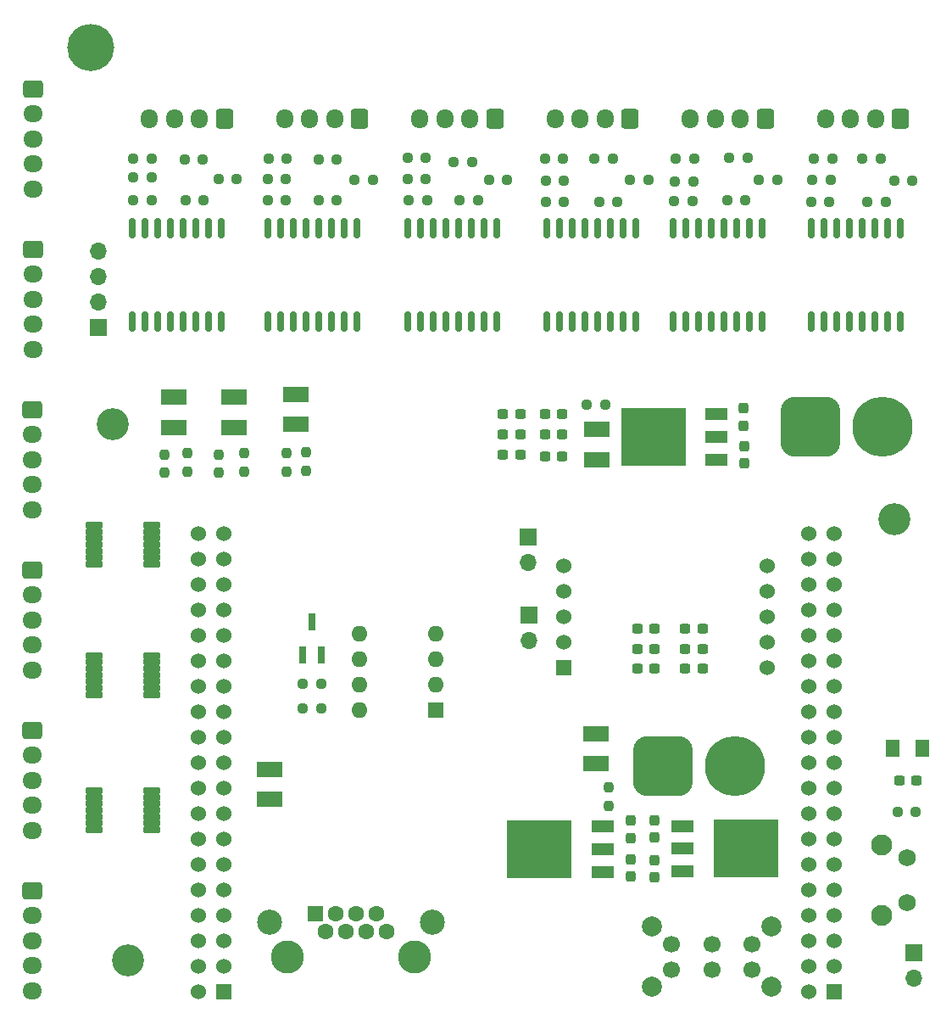
<source format=gbr>
%TF.GenerationSoftware,KiCad,Pcbnew,6.0.11-2627ca5db0~126~ubuntu20.04.1*%
%TF.CreationDate,2023-12-31T19:32:31+09:00*%
%TF.ProjectId,wheel,77686565-6c2e-46b6-9963-61645f706362,rev?*%
%TF.SameCoordinates,Original*%
%TF.FileFunction,Soldermask,Top*%
%TF.FilePolarity,Negative*%
%FSLAX46Y46*%
G04 Gerber Fmt 4.6, Leading zero omitted, Abs format (unit mm)*
G04 Created by KiCad (PCBNEW 6.0.11-2627ca5db0~126~ubuntu20.04.1) date 2023-12-31 19:32:31*
%MOMM*%
%LPD*%
G01*
G04 APERTURE LIST*
G04 Aperture macros list*
%AMRoundRect*
0 Rectangle with rounded corners*
0 $1 Rounding radius*
0 $2 $3 $4 $5 $6 $7 $8 $9 X,Y pos of 4 corners*
0 Add a 4 corners polygon primitive as box body*
4,1,4,$2,$3,$4,$5,$6,$7,$8,$9,$2,$3,0*
0 Add four circle primitives for the rounded corners*
1,1,$1+$1,$2,$3*
1,1,$1+$1,$4,$5*
1,1,$1+$1,$6,$7*
1,1,$1+$1,$8,$9*
0 Add four rect primitives between the rounded corners*
20,1,$1+$1,$2,$3,$4,$5,0*
20,1,$1+$1,$4,$5,$6,$7,0*
20,1,$1+$1,$6,$7,$8,$9,0*
20,1,$1+$1,$8,$9,$2,$3,0*%
G04 Aperture macros list end*
%ADD10C,3.200000*%
%ADD11RoundRect,0.237500X0.250000X0.237500X-0.250000X0.237500X-0.250000X-0.237500X0.250000X-0.237500X0*%
%ADD12R,1.700000X1.700000*%
%ADD13O,1.700000X1.700000*%
%ADD14C,3.300000*%
%ADD15C,2.500000*%
%ADD16R,1.600000X1.600000*%
%ADD17C,1.600000*%
%ADD18RoundRect,0.250000X-0.725000X0.600000X-0.725000X-0.600000X0.725000X-0.600000X0.725000X0.600000X0*%
%ADD19O,1.950000X1.700000*%
%ADD20RoundRect,0.237500X0.237500X-0.300000X0.237500X0.300000X-0.237500X0.300000X-0.237500X-0.300000X0*%
%ADD21RoundRect,0.150000X0.150000X-0.875000X0.150000X0.875000X-0.150000X0.875000X-0.150000X-0.875000X0*%
%ADD22RoundRect,0.122500X0.764500X0.184500X-0.764500X0.184500X-0.764500X-0.184500X0.764500X-0.184500X0*%
%ADD23R,2.200000X1.200000*%
%ADD24R,6.400000X5.800000*%
%ADD25RoundRect,0.237500X-0.237500X0.300000X-0.237500X-0.300000X0.237500X-0.300000X0.237500X0.300000X0*%
%ADD26RoundRect,0.250000X0.600000X0.725000X-0.600000X0.725000X-0.600000X-0.725000X0.600000X-0.725000X0*%
%ADD27O,1.700000X1.950000*%
%ADD28C,2.100000*%
%ADD29C,1.750000*%
%ADD30RoundRect,0.237500X-0.250000X-0.237500X0.250000X-0.237500X0.250000X0.237500X-0.250000X0.237500X0*%
%ADD31RoundRect,0.237500X0.237500X-0.250000X0.237500X0.250000X-0.237500X0.250000X-0.237500X-0.250000X0*%
%ADD32R,2.600000X1.500000*%
%ADD33RoundRect,0.237500X-0.300000X-0.237500X0.300000X-0.237500X0.300000X0.237500X-0.300000X0.237500X0*%
%ADD34RoundRect,0.237500X0.300000X0.237500X-0.300000X0.237500X-0.300000X-0.237500X0.300000X-0.237500X0*%
%ADD35RoundRect,1.500000X-1.500000X-1.500000X1.500000X-1.500000X1.500000X1.500000X-1.500000X1.500000X0*%
%ADD36C,6.000000*%
%ADD37R,0.800000X1.800000*%
%ADD38O,1.600000X1.600000*%
%ADD39C,4.700000*%
%ADD40C,2.000000*%
%ADD41C,1.700000*%
%ADD42R,1.524000X1.524000*%
%ADD43C,1.524000*%
%ADD44RoundRect,0.250001X-0.462499X-0.624999X0.462499X-0.624999X0.462499X0.624999X-0.462499X0.624999X0*%
%ADD45R,1.530000X1.530000*%
%ADD46C,1.530000*%
G04 APERTURE END LIST*
D10*
%TO.C,REF\u002A\u002A*%
X68000000Y-100500000D03*
%TD*%
D11*
%TO.C,R60*%
X147852500Y-76200000D03*
X146027500Y-76200000D03*
%TD*%
D12*
%TO.C,Reminder1*%
X148000000Y-153250000D03*
D13*
X148000000Y-155790000D03*
%TD*%
D14*
%TO.C,CAN_LAN1*%
X98100000Y-153625000D03*
D15*
X99850000Y-150195000D03*
X83650000Y-150195000D03*
D14*
X85400000Y-153625000D03*
D16*
X88200000Y-149305000D03*
D17*
X89210000Y-151085000D03*
X90220000Y-149305000D03*
X91240000Y-151085000D03*
X92260000Y-149305000D03*
X93270000Y-151085000D03*
X94290000Y-149305000D03*
X95310000Y-151085000D03*
%TD*%
D11*
%TO.C,R57*%
X117162500Y-98500000D03*
X115337500Y-98500000D03*
%TD*%
%TO.C,R26*%
X71852500Y-78100000D03*
X70027500Y-78100000D03*
%TD*%
D18*
%TO.C,ENC_conn_5*%
X60000000Y-67000000D03*
D19*
X60000000Y-69500000D03*
X60000000Y-72000000D03*
X60000000Y-74500000D03*
X60000000Y-77000000D03*
%TD*%
D20*
%TO.C,C2*%
X131050000Y-104362500D03*
X131050000Y-102637500D03*
%TD*%
D21*
%TO.C,MD_Iso_4*%
X123895000Y-90200000D03*
X125165000Y-90200000D03*
X126435000Y-90200000D03*
X127705000Y-90200000D03*
X128975000Y-90200000D03*
X130245000Y-90200000D03*
X131515000Y-90200000D03*
X132785000Y-90200000D03*
X132785000Y-80900000D03*
X131515000Y-80900000D03*
X130245000Y-80900000D03*
X128975000Y-80900000D03*
X127705000Y-80900000D03*
X126435000Y-80900000D03*
X125165000Y-80900000D03*
X123895000Y-80900000D03*
%TD*%
D22*
%TO.C,ST1*%
X71870000Y-127450000D03*
X71870000Y-126800000D03*
X71870000Y-126150000D03*
X71870000Y-125500000D03*
X71870000Y-124850000D03*
X71870000Y-124200000D03*
X71870000Y-123550000D03*
X66130000Y-123550000D03*
X66130000Y-124200000D03*
X66130000Y-124850000D03*
X66130000Y-125500000D03*
X66130000Y-126150000D03*
X66130000Y-126800000D03*
X66130000Y-127450000D03*
%TD*%
D12*
%TO.C,Diso_Debug1*%
X66500000Y-90800000D03*
D13*
X66500000Y-88260000D03*
X66500000Y-85720000D03*
X66500000Y-83180000D03*
%TD*%
D11*
%TO.C,R59*%
X88762500Y-128825000D03*
X86937500Y-128825000D03*
%TD*%
%TO.C,R35*%
X121452500Y-76100000D03*
X119627500Y-76100000D03*
%TD*%
%TO.C,R7*%
X76952500Y-74100000D03*
X75127500Y-74100000D03*
%TD*%
%TO.C,R27*%
X85252500Y-78100000D03*
X83427500Y-78100000D03*
%TD*%
D23*
%TO.C,Load_5V1*%
X128250000Y-104000000D03*
X128250000Y-101720000D03*
D24*
X121950000Y-101720000D03*
D23*
X128250000Y-99440000D03*
%TD*%
D11*
%TO.C,R12*%
X144662500Y-74000000D03*
X142837500Y-74000000D03*
%TD*%
D25*
%TO.C,C1*%
X122075000Y-139987500D03*
X122075000Y-141712500D03*
%TD*%
D26*
%TO.C,MD_conn_3*%
X119640000Y-70000000D03*
D27*
X117140000Y-70000000D03*
X114640000Y-70000000D03*
X112140000Y-70000000D03*
%TD*%
D11*
%TO.C,R15*%
X85252500Y-76000000D03*
X83427500Y-76000000D03*
%TD*%
D28*
%TO.C,SW2*%
X144797500Y-149485000D03*
X144797500Y-142475000D03*
D29*
X147287500Y-143725000D03*
X147287500Y-148225000D03*
%TD*%
D30*
%TO.C,R24*%
X138027500Y-74000000D03*
X139852500Y-74000000D03*
%TD*%
D31*
%TO.C,R5*%
X75412500Y-105212500D03*
X75412500Y-103387500D03*
%TD*%
D11*
%TO.C,R8*%
X90352500Y-74100000D03*
X88527500Y-74100000D03*
%TD*%
D30*
%TO.C,R28*%
X97527500Y-78100000D03*
X99352500Y-78100000D03*
%TD*%
D32*
%TO.C,LED_Blue1*%
X74087500Y-100800000D03*
X74087500Y-97800000D03*
%TD*%
D21*
%TO.C,MD_Iso_1*%
X83445000Y-90200000D03*
X84715000Y-90200000D03*
X85985000Y-90200000D03*
X87255000Y-90200000D03*
X88525000Y-90200000D03*
X89795000Y-90200000D03*
X91065000Y-90200000D03*
X92335000Y-90200000D03*
X92335000Y-80900000D03*
X91065000Y-80900000D03*
X89795000Y-80900000D03*
X88525000Y-80900000D03*
X87255000Y-80900000D03*
X85985000Y-80900000D03*
X84715000Y-80900000D03*
X83445000Y-80900000D03*
%TD*%
D11*
%TO.C,R25*%
X80352500Y-76000000D03*
X78527500Y-76000000D03*
%TD*%
%TO.C,R61*%
X90352500Y-78100000D03*
X88527500Y-78100000D03*
%TD*%
D33*
%TO.C,C8*%
X106937500Y-101500000D03*
X108662500Y-101500000D03*
%TD*%
D11*
%TO.C,R31*%
X77052500Y-78100000D03*
X75227500Y-78100000D03*
%TD*%
D12*
%TO.C,RN42_Debug1*%
X109425000Y-111775000D03*
D13*
X109425000Y-114315000D03*
%TD*%
D26*
%TO.C,MD_conn_1*%
X92640000Y-70000000D03*
D27*
X90140000Y-70000000D03*
X87640000Y-70000000D03*
X85140000Y-70000000D03*
%TD*%
D26*
%TO.C,MD_conn_2*%
X106140000Y-70000000D03*
D27*
X103640000Y-70000000D03*
X101140000Y-70000000D03*
X98640000Y-70000000D03*
%TD*%
D33*
%TO.C,C12*%
X111137500Y-103700000D03*
X112862500Y-103700000D03*
%TD*%
%TO.C,C15*%
X120337500Y-124875000D03*
X122062500Y-124875000D03*
%TD*%
D11*
%TO.C,R30*%
X125852500Y-78200000D03*
X124027500Y-78200000D03*
%TD*%
%TO.C,R62*%
X104452500Y-78100000D03*
X102627500Y-78100000D03*
%TD*%
D12*
%TO.C,SBDBT_Debug1*%
X109525000Y-119515000D03*
D13*
X109525000Y-122055000D03*
%TD*%
D11*
%TO.C,R23*%
X139652500Y-76100000D03*
X137827500Y-76100000D03*
%TD*%
D34*
%TO.C,C16*%
X126862500Y-120875000D03*
X125137500Y-120875000D03*
%TD*%
D11*
%TO.C,R63*%
X118352500Y-78300000D03*
X116527500Y-78300000D03*
%TD*%
%TO.C,R21*%
X125952500Y-76300000D03*
X124127500Y-76300000D03*
%TD*%
%TO.C,R19*%
X113052500Y-76200000D03*
X111227500Y-76200000D03*
%TD*%
%TO.C,R33*%
X93952500Y-76100000D03*
X92127500Y-76100000D03*
%TD*%
%TO.C,R32*%
X139552500Y-78300000D03*
X137727500Y-78300000D03*
%TD*%
D35*
%TO.C,Load1*%
X137650000Y-100750000D03*
D36*
X144850000Y-100750000D03*
%TD*%
D34*
%TO.C,C18*%
X126862500Y-124875000D03*
X125137500Y-124875000D03*
%TD*%
D26*
%TO.C,MD_conn_5*%
X146640000Y-70000000D03*
D27*
X144140000Y-70000000D03*
X141640000Y-70000000D03*
X139140000Y-70000000D03*
%TD*%
D21*
%TO.C,MD_Iso_0*%
X69945000Y-90200000D03*
X71215000Y-90200000D03*
X72485000Y-90200000D03*
X73755000Y-90200000D03*
X75025000Y-90200000D03*
X76295000Y-90200000D03*
X77565000Y-90200000D03*
X78835000Y-90200000D03*
X78835000Y-80900000D03*
X77565000Y-80900000D03*
X76295000Y-80900000D03*
X75025000Y-80900000D03*
X73755000Y-80900000D03*
X72485000Y-80900000D03*
X71215000Y-80900000D03*
X69945000Y-80900000D03*
%TD*%
D33*
%TO.C,C14*%
X120337500Y-122875000D03*
X122062500Y-122875000D03*
%TD*%
D11*
%TO.C,R17*%
X99252500Y-76000000D03*
X97427500Y-76000000D03*
%TD*%
D30*
%TO.C,R18*%
X97427500Y-73900000D03*
X99252500Y-73900000D03*
%TD*%
D37*
%TO.C,Q13*%
X86900000Y-123475000D03*
X88800000Y-123475000D03*
X87850000Y-120175000D03*
%TD*%
D18*
%TO.C,ENC_conn_4*%
X60000000Y-83000000D03*
D19*
X60000000Y-85500000D03*
X60000000Y-88000000D03*
X60000000Y-90500000D03*
X60000000Y-93000000D03*
%TD*%
D33*
%TO.C,C9*%
X106937500Y-103500000D03*
X108662500Y-103500000D03*
%TD*%
D31*
%TO.C,R6*%
X73175000Y-105312500D03*
X73175000Y-103487500D03*
%TD*%
D11*
%TO.C,R29*%
X113052500Y-78300000D03*
X111227500Y-78300000D03*
%TD*%
D20*
%TO.C,C3*%
X122075000Y-145712500D03*
X122075000Y-143987500D03*
%TD*%
%TO.C,C5*%
X119675000Y-145625000D03*
X119675000Y-143900000D03*
%TD*%
D11*
%TO.C,R10*%
X117912500Y-74000000D03*
X116087500Y-74000000D03*
%TD*%
D32*
%TO.C,CAN_Debug1*%
X83650000Y-134925000D03*
X83650000Y-137925000D03*
%TD*%
D16*
%TO.C,CAN_Recieber1*%
X100250000Y-129025000D03*
D38*
X100250000Y-126485000D03*
X100250000Y-123945000D03*
X100250000Y-121405000D03*
X92630000Y-121405000D03*
X92630000Y-123945000D03*
X92630000Y-126485000D03*
X92630000Y-129025000D03*
%TD*%
D18*
%TO.C,ENC_conn_0*%
X59950000Y-147000000D03*
D19*
X59950000Y-149500000D03*
X59950000Y-152000000D03*
X59950000Y-154500000D03*
X59950000Y-157000000D03*
%TD*%
D30*
%TO.C,R20*%
X111127500Y-74000000D03*
X112952500Y-74000000D03*
%TD*%
D32*
%TO.C,LED_Red1*%
X86250000Y-100500000D03*
X86250000Y-97500000D03*
%TD*%
D34*
%TO.C,C17*%
X126862500Y-122875000D03*
X125137500Y-122875000D03*
%TD*%
D22*
%TO.C,ST0*%
X71870000Y-140950000D03*
X71870000Y-140300000D03*
X71870000Y-139650000D03*
X71870000Y-139000000D03*
X71870000Y-138350000D03*
X71870000Y-137700000D03*
X71870000Y-137050000D03*
X66130000Y-137050000D03*
X66130000Y-137700000D03*
X66130000Y-138350000D03*
X66130000Y-139000000D03*
X66130000Y-139650000D03*
X66130000Y-140300000D03*
X66130000Y-140950000D03*
%TD*%
D30*
%TO.C,R16*%
X83527500Y-74000000D03*
X85352500Y-74000000D03*
%TD*%
D31*
%TO.C,R3*%
X81087500Y-105212500D03*
X81087500Y-103387500D03*
%TD*%
%TO.C,R1*%
X87250000Y-105112500D03*
X87250000Y-103287500D03*
%TD*%
D39*
%TO.C,REF\u002A\u002A*%
X65800000Y-62900000D03*
%TD*%
D40*
%TO.C,SW1*%
X133792500Y-156625000D03*
X121792500Y-150625000D03*
X121792500Y-156625000D03*
X133792500Y-150625000D03*
D41*
X123792500Y-152375000D03*
X127792500Y-152375000D03*
X131792500Y-152375000D03*
X123792500Y-154875000D03*
X127792500Y-154875000D03*
X131792500Y-154875000D03*
%TD*%
D11*
%TO.C,R55*%
X148175000Y-139200000D03*
X146350000Y-139200000D03*
%TD*%
D23*
%TO.C,Power_5V1*%
X124875000Y-140570000D03*
X124875000Y-142850000D03*
D24*
X131175000Y-142850000D03*
D23*
X124875000Y-145130000D03*
%TD*%
D31*
%TO.C,R56*%
X117500000Y-138537500D03*
X117500000Y-136712500D03*
%TD*%
D25*
%TO.C,C4*%
X131000000Y-98887500D03*
X131000000Y-100612500D03*
%TD*%
D26*
%TO.C,MD_conn_4*%
X133140000Y-70000000D03*
D27*
X130640000Y-70000000D03*
X128140000Y-70000000D03*
X125640000Y-70000000D03*
%TD*%
D25*
%TO.C,C6*%
X119675000Y-140037500D03*
X119675000Y-141762500D03*
%TD*%
D33*
%TO.C,C11*%
X111137500Y-101500000D03*
X112862500Y-101500000D03*
%TD*%
D32*
%TO.C,Power_Debug1*%
X116250000Y-134375000D03*
X116250000Y-131375000D03*
%TD*%
D11*
%TO.C,R36*%
X134352500Y-76100000D03*
X132527500Y-76100000D03*
%TD*%
%TO.C,R11*%
X131352500Y-73900000D03*
X129527500Y-73900000D03*
%TD*%
D23*
%TO.C,Power_3V3*%
X116875000Y-145180000D03*
D24*
X110575000Y-142900000D03*
D23*
X116875000Y-142900000D03*
X116875000Y-140620000D03*
%TD*%
D18*
%TO.C,ENC_conn_2*%
X59950000Y-115000000D03*
D19*
X59950000Y-117500000D03*
X59950000Y-120000000D03*
X59950000Y-122500000D03*
X59950000Y-125000000D03*
%TD*%
D11*
%TO.C,R13*%
X71840000Y-75800000D03*
X70015000Y-75800000D03*
%TD*%
D33*
%TO.C,C7*%
X106937500Y-99500000D03*
X108662500Y-99500000D03*
%TD*%
D31*
%TO.C,R2*%
X85337500Y-105212500D03*
X85337500Y-103387500D03*
%TD*%
D21*
%TO.C,MD_Iso_3*%
X111295000Y-90200000D03*
X112565000Y-90200000D03*
X113835000Y-90200000D03*
X115105000Y-90200000D03*
X116375000Y-90200000D03*
X117645000Y-90200000D03*
X118915000Y-90200000D03*
X120185000Y-90200000D03*
X120185000Y-80900000D03*
X118915000Y-80900000D03*
X117645000Y-80900000D03*
X116375000Y-80900000D03*
X115105000Y-80900000D03*
X113835000Y-80900000D03*
X112565000Y-80900000D03*
X111295000Y-80900000D03*
%TD*%
D18*
%TO.C,ENC_conn_3*%
X59950000Y-99000000D03*
D19*
X59950000Y-101500000D03*
X59950000Y-104000000D03*
X59950000Y-106500000D03*
X59950000Y-109000000D03*
%TD*%
D42*
%TO.C,SBDBT1*%
X112990000Y-124785000D03*
D43*
X112990000Y-122245000D03*
X112990000Y-119705000D03*
X112990000Y-117165000D03*
X112990000Y-114625000D03*
X133310000Y-124785000D03*
X133310000Y-122245000D03*
X133310000Y-119705000D03*
X133310000Y-117165000D03*
X133310000Y-114625000D03*
%TD*%
D11*
%TO.C,R9*%
X103852500Y-74300000D03*
X102027500Y-74300000D03*
%TD*%
%TO.C,R34*%
X107352500Y-76100000D03*
X105527500Y-76100000D03*
%TD*%
D34*
%TO.C,C19*%
X148225000Y-136000000D03*
X146500000Y-136000000D03*
%TD*%
D21*
%TO.C,MD_Iso_5*%
X137695000Y-90250000D03*
X138965000Y-90250000D03*
X140235000Y-90250000D03*
X141505000Y-90250000D03*
X142775000Y-90250000D03*
X144045000Y-90250000D03*
X145315000Y-90250000D03*
X146585000Y-90250000D03*
X146585000Y-80950000D03*
X145315000Y-80950000D03*
X144045000Y-80950000D03*
X142775000Y-80950000D03*
X141505000Y-80950000D03*
X140235000Y-80950000D03*
X138965000Y-80950000D03*
X137695000Y-80950000D03*
%TD*%
D32*
%TO.C,LED_Green1*%
X80087500Y-100800000D03*
X80087500Y-97800000D03*
%TD*%
D21*
%TO.C,MD_Iso_2*%
X97445000Y-90200000D03*
X98715000Y-90200000D03*
X99985000Y-90200000D03*
X101255000Y-90200000D03*
X102525000Y-90200000D03*
X103795000Y-90200000D03*
X105065000Y-90200000D03*
X106335000Y-90200000D03*
X106335000Y-80900000D03*
X105065000Y-80900000D03*
X103795000Y-80900000D03*
X102525000Y-80900000D03*
X101255000Y-80900000D03*
X99985000Y-80900000D03*
X98715000Y-80900000D03*
X97445000Y-80900000D03*
%TD*%
D18*
%TO.C,ENC_conn_1*%
X59950000Y-131000000D03*
D19*
X59950000Y-133500000D03*
X59950000Y-136000000D03*
X59950000Y-138500000D03*
X59950000Y-141000000D03*
%TD*%
D44*
%TO.C,D1*%
X145875000Y-132800000D03*
X148850000Y-132800000D03*
%TD*%
D31*
%TO.C,R4*%
X78587500Y-105312500D03*
X78587500Y-103487500D03*
%TD*%
D22*
%TO.C,ST2*%
X71870000Y-114450000D03*
X71870000Y-113800000D03*
X71870000Y-113150000D03*
X71870000Y-112500000D03*
X71870000Y-111850000D03*
X71870000Y-111200000D03*
X71870000Y-110550000D03*
X66130000Y-110550000D03*
X66130000Y-111200000D03*
X66130000Y-111850000D03*
X66130000Y-112500000D03*
X66130000Y-113150000D03*
X66130000Y-113800000D03*
X66130000Y-114450000D03*
%TD*%
D26*
%TO.C,MD_conn_0*%
X79140000Y-70000000D03*
D27*
X76640000Y-70000000D03*
X74140000Y-70000000D03*
X71640000Y-70000000D03*
%TD*%
D33*
%TO.C,C10*%
X111137500Y-99500000D03*
X112862500Y-99500000D03*
%TD*%
D10*
%TO.C,REF\u002A\u002A*%
X146000000Y-110000000D03*
%TD*%
D35*
%TO.C,Power1*%
X122900000Y-134625000D03*
D36*
X130100000Y-134625000D03*
%TD*%
D10*
%TO.C,REF\u002A\u002A*%
X69500000Y-154000000D03*
%TD*%
D33*
%TO.C,C13*%
X120337500Y-120875000D03*
X122062500Y-120875000D03*
%TD*%
D32*
%TO.C,Load_Debug1*%
X116300000Y-101000000D03*
X116300000Y-104000000D03*
%TD*%
D11*
%TO.C,R65*%
X145162500Y-78300000D03*
X143337500Y-78300000D03*
%TD*%
D30*
%TO.C,R14*%
X70027500Y-74000000D03*
X71852500Y-74000000D03*
%TD*%
D11*
%TO.C,R64*%
X131162500Y-78100000D03*
X129337500Y-78100000D03*
%TD*%
D30*
%TO.C,R22*%
X124227500Y-74000000D03*
X126052500Y-74000000D03*
%TD*%
D11*
%TO.C,R58*%
X88762500Y-126425000D03*
X86937500Y-126425000D03*
%TD*%
D45*
%TO.C,Nucleo-F446RE_1*%
X140000000Y-157135000D03*
D46*
X137460000Y-157135000D03*
X140000000Y-154595000D03*
X137460000Y-154595000D03*
X140000000Y-152055000D03*
X137460000Y-152055000D03*
X140000000Y-149515000D03*
X137460000Y-149515000D03*
X140000000Y-146975000D03*
X137460000Y-146975000D03*
X140000000Y-144435000D03*
X137460000Y-144435000D03*
X140000000Y-141895000D03*
X137460000Y-141895000D03*
X140000000Y-139355000D03*
X137460000Y-139355000D03*
X140000000Y-136815000D03*
X137460000Y-136815000D03*
X140000000Y-134275000D03*
X137460000Y-134275000D03*
X140000000Y-131735000D03*
X137460000Y-131735000D03*
X140000000Y-129195000D03*
X137460000Y-129195000D03*
X140000000Y-126655000D03*
X137460000Y-126655000D03*
X140000000Y-124115000D03*
X137460000Y-124115000D03*
X140000000Y-121575000D03*
X137460000Y-121575000D03*
X140000000Y-119035000D03*
X137460000Y-119035000D03*
X140000000Y-116495000D03*
X137460000Y-116495000D03*
X140000000Y-113955000D03*
X137460000Y-113955000D03*
X140000000Y-111415000D03*
X137460000Y-111415000D03*
D45*
X79040000Y-157135000D03*
D46*
X76500000Y-157135000D03*
X79040000Y-154595000D03*
X76500000Y-154595000D03*
X79040000Y-152055000D03*
X76500000Y-152055000D03*
X79040000Y-149515000D03*
X76500000Y-149515000D03*
X79040000Y-146975000D03*
X76500000Y-146975000D03*
X79040000Y-144435000D03*
X76500000Y-144435000D03*
X79040000Y-141895000D03*
X76500000Y-141895000D03*
X79040000Y-139355000D03*
X76500000Y-139355000D03*
X79040000Y-136815000D03*
X76500000Y-136815000D03*
X79040000Y-134275000D03*
X76500000Y-134275000D03*
X79040000Y-131735000D03*
X76500000Y-131735000D03*
X79040000Y-129195000D03*
X76500000Y-129195000D03*
X79040000Y-126655000D03*
X76500000Y-126655000D03*
X79040000Y-124115000D03*
X76500000Y-124115000D03*
X79040000Y-121575000D03*
X76500000Y-121575000D03*
X79040000Y-119035000D03*
X76500000Y-119035000D03*
X79040000Y-116495000D03*
X76500000Y-116495000D03*
X79040000Y-113955000D03*
X76500000Y-113955000D03*
X79040000Y-111415000D03*
X76500000Y-111415000D03*
%TD*%
M02*

</source>
